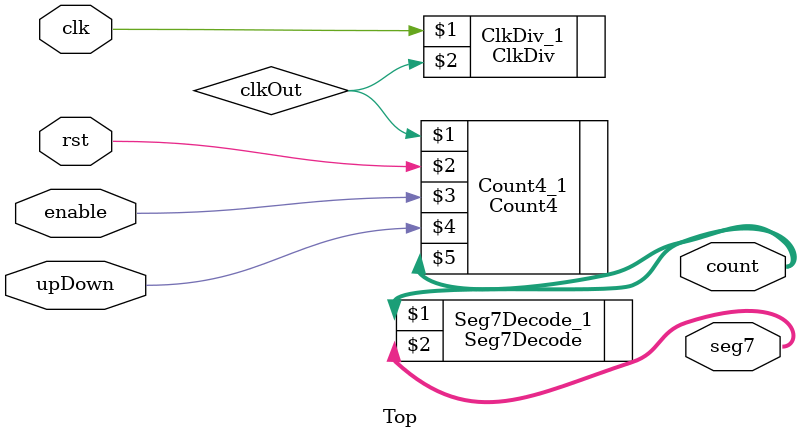
<source format=v>
module Top(clk, rst, enable, upDown, count, seg7);
// count[3:0] output included for convenience in debug and testbenches
	input clk, rst, enable, upDown;
	output [3:0] count;
	output [6:0] seg7;
	
   wire clkCounter;  // divided clock for Counter module
	
	// Add code here to instantiate and connect the three modules together structurally
	ClkDiv ClkDiv_1(clk, clkOut);
	Count4 Count4_1(clkOut,rst,enable,upDown, count);
	Seg7Decode Seg7Decode_1(count, seg7);

endmodule

</source>
